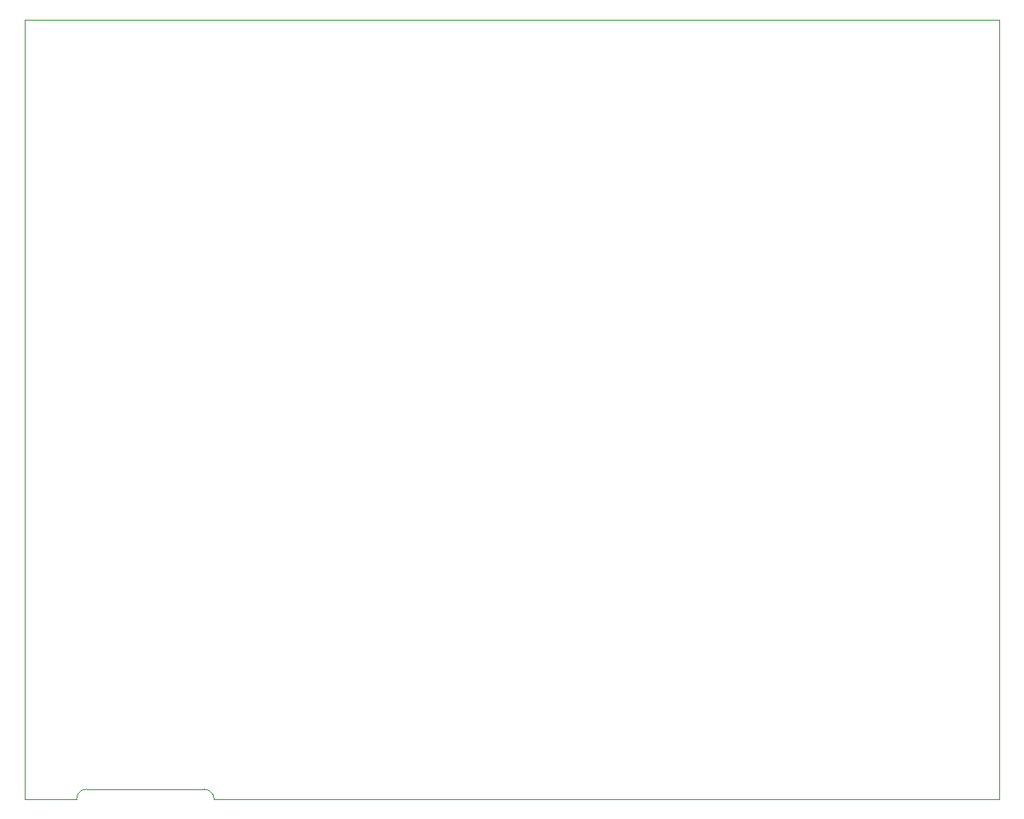
<source format=gm1>
G04 #@! TF.GenerationSoftware,KiCad,Pcbnew,7.0.2-6a45011f42~172~ubuntu20.04.1*
G04 #@! TF.CreationDate,2023-05-01T11:45:46+02:00*
G04 #@! TF.ProjectId,pippino_board,70697070-696e-46f5-9f62-6f6172642e6b,rev?*
G04 #@! TF.SameCoordinates,Original*
G04 #@! TF.FileFunction,Profile,NP*
%FSLAX46Y46*%
G04 Gerber Fmt 4.6, Leading zero omitted, Abs format (unit mm)*
G04 Created by KiCad (PCBNEW 7.0.2-6a45011f42~172~ubuntu20.04.1) date 2023-05-01 11:45:46*
%MOMM*%
%LPD*%
G01*
G04 APERTURE LIST*
G04 #@! TA.AperFunction,Profile*
%ADD10C,0.100000*%
G04 #@! TD*
G04 APERTURE END LIST*
D10*
X200000000Y-160000000D02*
X119400000Y-160000000D01*
X100000000Y-160000000D02*
X100000000Y-80000000D01*
X100000000Y-80000000D02*
X200000000Y-80000000D01*
X105300000Y-160000000D02*
X100000000Y-160000000D01*
X106300000Y-159000000D02*
G75*
G03*
X105300000Y-160000000I0J-1000000D01*
G01*
X106300000Y-159000000D02*
X118400000Y-159000000D01*
X119400000Y-160000000D02*
G75*
G03*
X118400000Y-159000000I-1000000J0D01*
G01*
X200000000Y-80000000D02*
X200000000Y-160000000D01*
M02*

</source>
